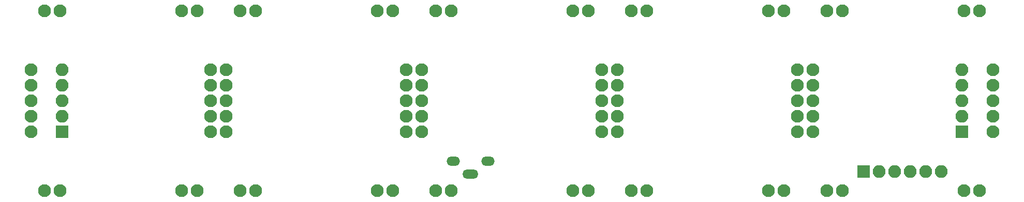
<source format=gbs>
G04 #@! TF.FileFunction,Soldermask,Bot*
%FSLAX46Y46*%
G04 Gerber Fmt 4.6, Leading zero omitted, Abs format (unit mm)*
G04 Created by KiCad (PCBNEW 4.0.6) date Mon Oct 23 01:37:39 2017*
%MOMM*%
%LPD*%
G01*
G04 APERTURE LIST*
%ADD10C,0.100000*%
%ADD11R,2.100000X2.100000*%
%ADD12O,2.100000X2.100000*%
%ADD13O,2.200000X1.500000*%
%ADD14O,2.600000X1.500000*%
%ADD15C,2.100000*%
G04 APERTURE END LIST*
D10*
D11*
X33350000Y-41080000D03*
D12*
X33350000Y-38540000D03*
X33350000Y-36000000D03*
X33350000Y-33460000D03*
X33350000Y-30920000D03*
D13*
X97433000Y-45851000D03*
X103033000Y-45851000D03*
D14*
X100233000Y-48001000D03*
D15*
X151500000Y-21270000D03*
X148960000Y-21270000D03*
X129040000Y-21270000D03*
X126500000Y-21270000D03*
X151500000Y-50730000D03*
X148960000Y-50730000D03*
X129040000Y-50730000D03*
X126500000Y-50730000D03*
X153730000Y-30920000D03*
X153730000Y-33460000D03*
X153730000Y-36000000D03*
X153730000Y-38540000D03*
X153730000Y-41080000D03*
X124270000Y-30920000D03*
X124270000Y-33460000D03*
X124270000Y-36000000D03*
X124270000Y-38540000D03*
X124270000Y-41080000D03*
X87500000Y-21270000D03*
X84960000Y-21270000D03*
X65040000Y-21270000D03*
X62500000Y-21270000D03*
X87500000Y-50730000D03*
X84960000Y-50730000D03*
X65040000Y-50730000D03*
X62500000Y-50730000D03*
X89730000Y-30920000D03*
X89730000Y-33460000D03*
X89730000Y-36000000D03*
X89730000Y-38540000D03*
X89730000Y-41080000D03*
X60270000Y-30920000D03*
X60270000Y-33460000D03*
X60270000Y-36000000D03*
X60270000Y-38540000D03*
X60270000Y-41080000D03*
X55500000Y-21270000D03*
X52960000Y-21270000D03*
X33040000Y-21270000D03*
X30500000Y-21270000D03*
X55500000Y-50730000D03*
X52960000Y-50730000D03*
X33040000Y-50730000D03*
X30500000Y-50730000D03*
X57730000Y-30920000D03*
X57730000Y-33460000D03*
X57730000Y-36000000D03*
X57730000Y-38540000D03*
X57730000Y-41080000D03*
X28270000Y-30920000D03*
X28270000Y-33460000D03*
X28270000Y-36000000D03*
X28270000Y-38540000D03*
X28270000Y-41080000D03*
D11*
X164516000Y-47599600D03*
D12*
X167056000Y-47599600D03*
X169596000Y-47599600D03*
X172136000Y-47599600D03*
X174676000Y-47599600D03*
X177216000Y-47599600D03*
D11*
X180620000Y-41080000D03*
D12*
X180620000Y-38540000D03*
X180620000Y-36000000D03*
X180620000Y-33460000D03*
X180620000Y-30920000D03*
D15*
X183500000Y-21270000D03*
X180960000Y-21270000D03*
X161040000Y-21270000D03*
X158500000Y-21270000D03*
X183500000Y-50730000D03*
X180960000Y-50730000D03*
X161040000Y-50730000D03*
X158500000Y-50730000D03*
X185730000Y-30920000D03*
X185730000Y-33460000D03*
X185730000Y-36000000D03*
X185730000Y-38540000D03*
X185730000Y-41080000D03*
X156270000Y-30920000D03*
X156270000Y-33460000D03*
X156270000Y-36000000D03*
X156270000Y-38540000D03*
X156270000Y-41080000D03*
X119496000Y-21270000D03*
X116956000Y-21270000D03*
X97036000Y-21270000D03*
X94496000Y-21270000D03*
X119496000Y-50730000D03*
X116956000Y-50730000D03*
X97036000Y-50730000D03*
X94496000Y-50730000D03*
X121726000Y-30920000D03*
X121726000Y-33460000D03*
X121726000Y-36000000D03*
X121726000Y-38540000D03*
X121726000Y-41080000D03*
X92266000Y-30920000D03*
X92266000Y-33460000D03*
X92266000Y-36000000D03*
X92266000Y-38540000D03*
X92266000Y-41080000D03*
M02*

</source>
